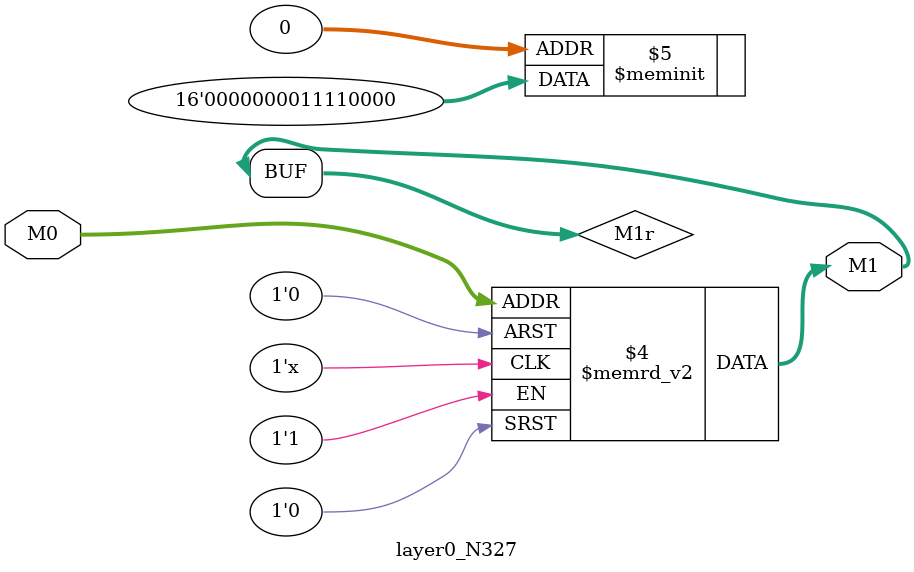
<source format=v>
module layer0_N327 ( input [2:0] M0, output [1:0] M1 );

	(*rom_style = "distributed" *) reg [1:0] M1r;
	assign M1 = M1r;
	always @ (M0) begin
		case (M0)
			3'b000: M1r = 2'b00;
			3'b100: M1r = 2'b00;
			3'b010: M1r = 2'b11;
			3'b110: M1r = 2'b00;
			3'b001: M1r = 2'b00;
			3'b101: M1r = 2'b00;
			3'b011: M1r = 2'b11;
			3'b111: M1r = 2'b00;

		endcase
	end
endmodule

</source>
